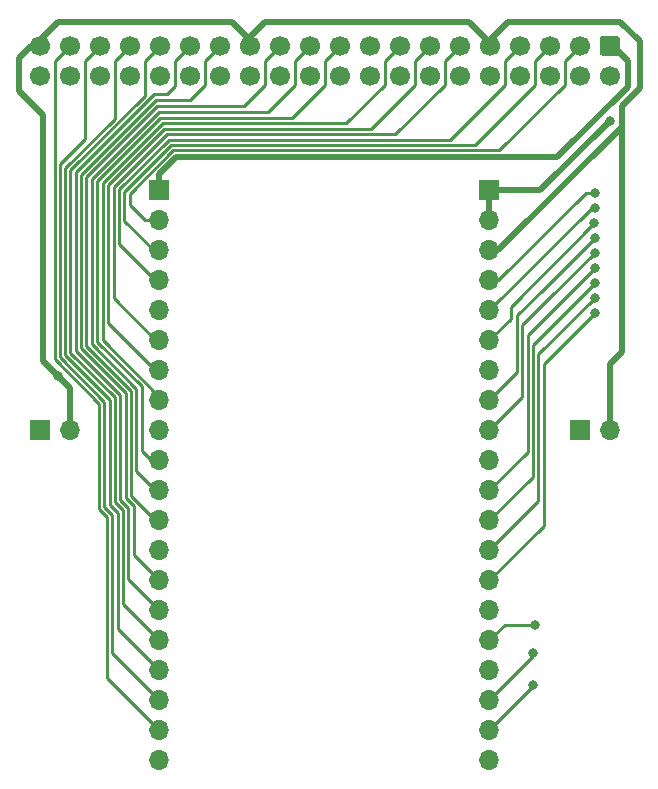
<source format=gbr>
%TF.GenerationSoftware,KiCad,Pcbnew,(5.1.9)-1*%
%TF.CreationDate,2022-01-20T21:52:33+09:00*%
%TF.ProjectId,pi-extend,70692d65-7874-4656-9e64-2e6b69636164,rev?*%
%TF.SameCoordinates,Original*%
%TF.FileFunction,Copper,L1,Top*%
%TF.FilePolarity,Positive*%
%FSLAX46Y46*%
G04 Gerber Fmt 4.6, Leading zero omitted, Abs format (unit mm)*
G04 Created by KiCad (PCBNEW (5.1.9)-1) date 2022-01-20 21:52:33*
%MOMM*%
%LPD*%
G01*
G04 APERTURE LIST*
%TA.AperFunction,ComponentPad*%
%ADD10C,1.700000*%
%TD*%
%TA.AperFunction,ComponentPad*%
%ADD11R,1.700000X1.700000*%
%TD*%
%TA.AperFunction,ComponentPad*%
%ADD12O,1.700000X1.700000*%
%TD*%
%TA.AperFunction,ViaPad*%
%ADD13C,0.800000*%
%TD*%
%TA.AperFunction,Conductor*%
%ADD14C,0.250000*%
%TD*%
%TA.AperFunction,Conductor*%
%ADD15C,0.500000*%
%TD*%
G04 APERTURE END LIST*
D10*
%TO.P,J1,40*%
%TO.N,Net-(J1-Pad40)*%
X138684000Y-69088000D03*
%TO.P,J1,38*%
%TO.N,Net-(J1-Pad38)*%
X141224000Y-69088000D03*
%TO.P,J1,36*%
%TO.N,Net-(J1-Pad36)*%
X143764000Y-69088000D03*
%TO.P,J1,34*%
%TO.N,GND*%
X146304000Y-69088000D03*
%TO.P,J1,32*%
%TO.N,Net-(J1-Pad32)*%
X148844000Y-69088000D03*
%TO.P,J1,30*%
%TO.N,GND*%
X151384000Y-69088000D03*
%TO.P,J1,28*%
%TO.N,Net-(J1-Pad28)*%
X153924000Y-69088000D03*
%TO.P,J1,26*%
%TO.N,Net-(J1-Pad26)*%
X156464000Y-69088000D03*
%TO.P,J1,24*%
%TO.N,Net-(J1-Pad24)*%
X159004000Y-69088000D03*
%TO.P,J1,22*%
%TO.N,Net-(J1-Pad22)*%
X161544000Y-69088000D03*
%TO.P,J1,20*%
%TO.N,GND*%
X164084000Y-69088000D03*
%TO.P,J1,18*%
%TO.N,Net-(J1-Pad18)*%
X166624000Y-69088000D03*
%TO.P,J1,16*%
%TO.N,Net-(J1-Pad16)*%
X169164000Y-69088000D03*
%TO.P,J1,14*%
%TO.N,GND*%
X171704000Y-69088000D03*
%TO.P,J1,12*%
%TO.N,Net-(J1-Pad12)*%
X174244000Y-69088000D03*
%TO.P,J1,10*%
%TO.N,Net-(J1-Pad10)*%
X176784000Y-69088000D03*
%TO.P,J1,8*%
%TO.N,Net-(J1-Pad8)*%
X179324000Y-69088000D03*
%TO.P,J1,6*%
%TO.N,GND*%
X181864000Y-69088000D03*
%TO.P,J1,4*%
%TO.N,+5V*%
X184404000Y-69088000D03*
%TO.P,J1,2*%
X186944000Y-69088000D03*
%TO.P,J1,39*%
%TO.N,GND*%
X138684000Y-66548000D03*
%TO.P,J1,37*%
%TO.N,Net-(J1-Pad37)*%
X141224000Y-66548000D03*
%TO.P,J1,35*%
%TO.N,Net-(J1-Pad35)*%
X143764000Y-66548000D03*
%TO.P,J1,33*%
%TO.N,Net-(J1-Pad33)*%
X146304000Y-66548000D03*
%TO.P,J1,31*%
%TO.N,Net-(J1-Pad31)*%
X148844000Y-66548000D03*
%TO.P,J1,29*%
%TO.N,Net-(J1-Pad29)*%
X151384000Y-66548000D03*
%TO.P,J1,27*%
%TO.N,Net-(J1-Pad27)*%
X153924000Y-66548000D03*
%TO.P,J1,25*%
%TO.N,GND*%
X156464000Y-66548000D03*
%TO.P,J1,23*%
%TO.N,Net-(J1-Pad23)*%
X159004000Y-66548000D03*
%TO.P,J1,21*%
%TO.N,Net-(J1-Pad21)*%
X161544000Y-66548000D03*
%TO.P,J1,19*%
%TO.N,Net-(J1-Pad19)*%
X164084000Y-66548000D03*
%TO.P,J1,17*%
%TO.N,+3V3*%
X166624000Y-66548000D03*
%TO.P,J1,15*%
%TO.N,Net-(J1-Pad15)*%
X169164000Y-66548000D03*
%TO.P,J1,13*%
%TO.N,Net-(J1-Pad13)*%
X171704000Y-66548000D03*
%TO.P,J1,11*%
%TO.N,Net-(J1-Pad11)*%
X174244000Y-66548000D03*
%TO.P,J1,9*%
%TO.N,GND*%
X176784000Y-66548000D03*
%TO.P,J1,7*%
%TO.N,Net-(J1-Pad7)*%
X179324000Y-66548000D03*
%TO.P,J1,5*%
%TO.N,Net-(J1-Pad5)*%
X181864000Y-66548000D03*
%TO.P,J1,3*%
%TO.N,Net-(J1-Pad3)*%
X184404000Y-66548000D03*
%TO.P,J1,1*%
%TO.N,+3V3*%
%TA.AperFunction,ComponentPad*%
G36*
G01*
X186344000Y-65698000D02*
X187544000Y-65698000D01*
G75*
G02*
X187794000Y-65948000I0J-250000D01*
G01*
X187794000Y-67148000D01*
G75*
G02*
X187544000Y-67398000I-250000J0D01*
G01*
X186344000Y-67398000D01*
G75*
G02*
X186094000Y-67148000I0J250000D01*
G01*
X186094000Y-65948000D01*
G75*
G02*
X186344000Y-65698000I250000J0D01*
G01*
G37*
%TD.AperFunction*%
%TD*%
D11*
%TO.P,J2,1*%
%TO.N,+3V3*%
X148818600Y-78765400D03*
D12*
%TO.P,J2,2*%
%TO.N,Net-(J1-Pad3)*%
X148818600Y-81305400D03*
%TO.P,J2,3*%
%TO.N,Net-(J1-Pad5)*%
X148818600Y-83845400D03*
%TO.P,J2,4*%
%TO.N,Net-(J1-Pad7)*%
X148818600Y-86385400D03*
%TO.P,J2,5*%
%TO.N,GND*%
X148818600Y-88925400D03*
%TO.P,J2,6*%
%TO.N,Net-(J1-Pad11)*%
X148818600Y-91465400D03*
%TO.P,J2,7*%
%TO.N,Net-(J1-Pad13)*%
X148818600Y-94005400D03*
%TO.P,J2,8*%
%TO.N,Net-(J1-Pad15)*%
X148818600Y-96545400D03*
%TO.P,J2,9*%
%TO.N,+3V3*%
X148818600Y-99085400D03*
%TO.P,J2,10*%
%TO.N,Net-(J1-Pad19)*%
X148818600Y-101625400D03*
%TO.P,J2,11*%
%TO.N,Net-(J1-Pad21)*%
X148818600Y-104165400D03*
%TO.P,J2,12*%
%TO.N,Net-(J1-Pad23)*%
X148818600Y-106705400D03*
%TO.P,J2,13*%
%TO.N,GND*%
X148818600Y-109245400D03*
%TO.P,J2,14*%
%TO.N,Net-(J1-Pad27)*%
X148818600Y-111785400D03*
%TO.P,J2,15*%
%TO.N,Net-(J1-Pad29)*%
X148818600Y-114325400D03*
%TO.P,J2,16*%
%TO.N,Net-(J1-Pad31)*%
X148818600Y-116865400D03*
%TO.P,J2,17*%
%TO.N,Net-(J1-Pad33)*%
X148818600Y-119405400D03*
%TO.P,J2,18*%
%TO.N,Net-(J1-Pad35)*%
X148818600Y-121945400D03*
%TO.P,J2,19*%
%TO.N,Net-(J1-Pad37)*%
X148818600Y-124485400D03*
%TO.P,J2,20*%
%TO.N,GND*%
X148818600Y-127025400D03*
%TD*%
%TO.P,J3,20*%
%TO.N,Net-(J1-Pad40)*%
X176758600Y-127025400D03*
%TO.P,J3,19*%
%TO.N,Net-(J1-Pad38)*%
X176758600Y-124485400D03*
%TO.P,J3,18*%
%TO.N,Net-(J1-Pad36)*%
X176758600Y-121945400D03*
%TO.P,J3,17*%
%TO.N,GND*%
X176758600Y-119405400D03*
%TO.P,J3,16*%
%TO.N,Net-(J1-Pad32)*%
X176758600Y-116865400D03*
%TO.P,J3,15*%
%TO.N,GND*%
X176758600Y-114325400D03*
%TO.P,J3,14*%
%TO.N,Net-(J1-Pad28)*%
X176758600Y-111785400D03*
%TO.P,J3,13*%
%TO.N,Net-(J1-Pad26)*%
X176758600Y-109245400D03*
%TO.P,J3,12*%
%TO.N,Net-(J1-Pad24)*%
X176758600Y-106705400D03*
%TO.P,J3,11*%
%TO.N,Net-(J1-Pad22)*%
X176758600Y-104165400D03*
%TO.P,J3,10*%
%TO.N,GND*%
X176758600Y-101625400D03*
%TO.P,J3,9*%
%TO.N,Net-(J1-Pad18)*%
X176758600Y-99085400D03*
%TO.P,J3,8*%
%TO.N,Net-(J1-Pad16)*%
X176758600Y-96545400D03*
%TO.P,J3,7*%
%TO.N,GND*%
X176758600Y-94005400D03*
%TO.P,J3,6*%
%TO.N,Net-(J1-Pad12)*%
X176758600Y-91465400D03*
%TO.P,J3,5*%
%TO.N,Net-(J1-Pad10)*%
X176758600Y-88925400D03*
%TO.P,J3,4*%
%TO.N,Net-(J1-Pad8)*%
X176758600Y-86385400D03*
%TO.P,J3,3*%
%TO.N,GND*%
X176758600Y-83845400D03*
%TO.P,J3,2*%
%TO.N,+5V*%
X176758600Y-81305400D03*
D11*
%TO.P,J3,1*%
X176758600Y-78765400D03*
%TD*%
%TO.P,J4,1*%
%TO.N,+3V3*%
X138684000Y-99060000D03*
D12*
%TO.P,J4,2*%
%TO.N,GND*%
X141224000Y-99060000D03*
%TD*%
D11*
%TO.P,J5,1*%
%TO.N,+5V*%
X184404000Y-99060000D03*
D12*
%TO.P,J5,2*%
%TO.N,GND*%
X186944000Y-99060000D03*
%TD*%
D13*
%TO.N,Net-(J1-Pad8)*%
X185674000Y-78994000D03*
%TO.N,Net-(J1-Pad10)*%
X185674000Y-80264000D03*
%TO.N,Net-(J1-Pad12)*%
X185645498Y-81534000D03*
%TO.N,Net-(J1-Pad16)*%
X185674000Y-82804000D03*
%TO.N,Net-(J1-Pad18)*%
X185674000Y-84074000D03*
%TO.N,Net-(J1-Pad22)*%
X185673986Y-85344000D03*
%TO.N,Net-(J1-Pad24)*%
X185674000Y-86614000D03*
%TO.N,Net-(J1-Pad26)*%
X185674000Y-87884010D03*
%TO.N,Net-(J1-Pad28)*%
X185674010Y-89154000D03*
%TO.N,Net-(J1-Pad32)*%
X180593682Y-115570000D03*
%TO.N,Net-(J1-Pad36)*%
X180467002Y-117983000D03*
%TO.N,Net-(J1-Pad38)*%
X180467000Y-120650006D03*
%TO.N,+5V*%
X186944000Y-72898000D03*
%TO.N,GND*%
X140207997Y-94487997D03*
%TD*%
D14*
%TO.N,Net-(J1-Pad3)*%
X177594240Y-75380011D02*
X183134000Y-69840251D01*
X149999122Y-75380011D02*
X177594240Y-75380011D01*
X146304000Y-79075133D02*
X149999122Y-75380011D01*
X146304000Y-80010000D02*
X146304000Y-79075133D01*
X147599400Y-81305400D02*
X146304000Y-80010000D01*
X148818600Y-81305400D02*
X147599400Y-81305400D01*
X183134000Y-67818000D02*
X184404000Y-66548000D01*
X183134000Y-69840251D02*
X183134000Y-67818000D01*
%TO.N,Net-(J1-Pad5)*%
X175514000Y-74930000D02*
X180594000Y-69850000D01*
X149812722Y-74930000D02*
X175514000Y-74930000D01*
X145853989Y-78888733D02*
X149812722Y-74930000D01*
X145853989Y-81337989D02*
X145853989Y-78888733D01*
X148361400Y-83845400D02*
X145853989Y-81337989D01*
X148818600Y-83845400D02*
X148361400Y-83845400D01*
X180594000Y-67818000D02*
X181864000Y-66548000D01*
X180594000Y-69850000D02*
X180594000Y-67818000D01*
%TO.N,Net-(J1-Pad7)*%
X173424011Y-74479989D02*
X178054000Y-69850000D01*
X145403978Y-78702333D02*
X149626322Y-74479989D01*
X145403978Y-83300978D02*
X145403978Y-78702333D01*
X148488400Y-86385400D02*
X145403978Y-83300978D01*
X149626322Y-74479989D02*
X173424011Y-74479989D01*
X148818600Y-86385400D02*
X148488400Y-86385400D01*
X178054000Y-67818000D02*
X179324000Y-66548000D01*
X178054000Y-69850000D02*
X178054000Y-67818000D01*
%TO.N,Net-(J1-Pad8)*%
X184912000Y-78994000D02*
X185674000Y-78994000D01*
X177520600Y-86385400D02*
X184912000Y-78994000D01*
X176758600Y-86385400D02*
X177520600Y-86385400D01*
%TO.N,Net-(J1-Pad10)*%
X176758600Y-88925400D02*
X185420000Y-80264000D01*
X185420000Y-80264000D02*
X185674000Y-80264000D01*
%TO.N,Net-(J1-Pad11)*%
X149439922Y-74029978D02*
X168794022Y-74029978D01*
X144953967Y-78515933D02*
X149439922Y-74029978D01*
X168794022Y-74029978D02*
X172974000Y-69850000D01*
X144953967Y-87930967D02*
X144953967Y-78515933D01*
X148488400Y-91465400D02*
X144953967Y-87930967D01*
X148818600Y-91465400D02*
X148488400Y-91465400D01*
X172974000Y-67818000D02*
X174244000Y-66548000D01*
X172974000Y-69850000D02*
X172974000Y-67818000D01*
%TO.N,Net-(J1-Pad12)*%
X178562000Y-88617498D02*
X185645498Y-81534000D01*
X178562000Y-89662000D02*
X178562000Y-88617498D01*
X176758600Y-91465400D02*
X178562000Y-89662000D01*
%TO.N,Net-(J1-Pad13)*%
X166704033Y-73579967D02*
X170434000Y-69850000D01*
X149253522Y-73579967D02*
X166704033Y-73579967D01*
X144503956Y-78329533D02*
X149253522Y-73579967D01*
X144503956Y-90020956D02*
X144503956Y-78329533D01*
X148488400Y-94005400D02*
X144503956Y-90020956D01*
X148818600Y-94005400D02*
X148488400Y-94005400D01*
X170434000Y-67818000D02*
X171704000Y-66548000D01*
X170434000Y-69850000D02*
X170434000Y-67818000D01*
%TO.N,Net-(J1-Pad15)*%
X149103067Y-73094011D02*
X164649989Y-73094011D01*
X144053945Y-78143133D02*
X149103067Y-73094011D01*
X144053945Y-91475945D02*
X144053945Y-78143133D01*
X148818600Y-96240600D02*
X144053945Y-91475945D01*
X148818600Y-96545400D02*
X148818600Y-96240600D01*
X164649989Y-73094011D02*
X167894000Y-69850000D01*
X167894000Y-67818000D02*
X169164000Y-66548000D01*
X167894000Y-69850000D02*
X167894000Y-67818000D01*
%TO.N,Net-(J1-Pad16)*%
X181356000Y-87122000D02*
X185674000Y-82804000D01*
X179105945Y-94198055D02*
X179105945Y-89372055D01*
X176758600Y-96545400D02*
X179105945Y-94198055D01*
X179105945Y-89372055D02*
X181356000Y-87122000D01*
%TO.N,Net-(J1-Pad18)*%
X181841956Y-87906044D02*
X185674000Y-84074000D01*
X179555956Y-90192044D02*
X181841956Y-87906044D01*
X179555956Y-96288044D02*
X179555956Y-90192044D01*
X176758600Y-99085400D02*
X179555956Y-96288044D01*
%TO.N,Net-(J1-Pad19)*%
X160020000Y-72644000D02*
X162814000Y-69850000D01*
X148916667Y-72644000D02*
X160020000Y-72644000D01*
X143546999Y-78013667D02*
X148916667Y-72644000D01*
X143546999Y-91605409D02*
X143546999Y-78013667D01*
X147320000Y-95378410D02*
X143546999Y-91605409D01*
X148107400Y-101625400D02*
X147320000Y-100838000D01*
X147320000Y-100838000D02*
X147320000Y-95378410D01*
X148818600Y-101625400D02*
X148107400Y-101625400D01*
X162814000Y-67818000D02*
X164084000Y-66548000D01*
X162814000Y-69850000D02*
X162814000Y-67818000D01*
%TO.N,Net-(J1-Pad21)*%
X148788255Y-72136000D02*
X157988000Y-72136000D01*
X143096988Y-77827267D02*
X148788255Y-72136000D01*
X143096988Y-91791809D02*
X143096988Y-77827267D01*
X146869989Y-95564810D02*
X143096988Y-91791809D01*
X157988000Y-72136000D02*
X160274000Y-69850000D01*
X146869989Y-102546989D02*
X146869989Y-95564810D01*
X148488400Y-104165400D02*
X146869989Y-102546989D01*
X148818600Y-104165400D02*
X148488400Y-104165400D01*
X160274000Y-67818000D02*
X161544000Y-66548000D01*
X160274000Y-69850000D02*
X160274000Y-67818000D01*
%TO.N,Net-(J1-Pad22)*%
X182291967Y-88726019D02*
X185673986Y-85344000D01*
X176758600Y-104165400D02*
X180005967Y-100918033D01*
X180005967Y-100918033D02*
X180005967Y-91012019D01*
X180005967Y-91012019D02*
X182291967Y-88726019D01*
%TO.N,Net-(J1-Pad23)*%
X142646977Y-77640867D02*
X148659844Y-71628000D01*
X148659844Y-71628000D02*
X155956000Y-71628000D01*
X146419978Y-95751210D02*
X142646977Y-91978209D01*
X155956000Y-71628000D02*
X157734000Y-69850000D01*
X146419978Y-104636978D02*
X146419978Y-95751210D01*
X142646977Y-91978209D02*
X142646977Y-77640867D01*
X148488400Y-106705400D02*
X146419978Y-104636978D01*
X148818600Y-106705400D02*
X148488400Y-106705400D01*
X157734000Y-67818000D02*
X159004000Y-66548000D01*
X157734000Y-69850000D02*
X157734000Y-67818000D01*
%TO.N,Net-(J1-Pad24)*%
X180594000Y-91694000D02*
X185674000Y-86614000D01*
X180455978Y-91832022D02*
X180594000Y-91694000D01*
X180455978Y-103008022D02*
X180455978Y-91832022D01*
X176758600Y-106705400D02*
X180455978Y-103008022D01*
%TO.N,Net-(J1-Pad26)*%
X180905989Y-92652021D02*
X185674000Y-87884010D01*
X176758600Y-109245400D02*
X180905989Y-105098011D01*
X180905989Y-105098011D02*
X180905989Y-92652021D01*
%TO.N,Net-(J1-Pad27)*%
X142196966Y-77454467D02*
X148531434Y-71120000D01*
X148818600Y-111785400D02*
X146649055Y-109615855D01*
X142196966Y-92164609D02*
X142196966Y-77454467D01*
X151384000Y-71120000D02*
X152654000Y-69850000D01*
X146649055Y-105502466D02*
X145969967Y-104823378D01*
X145969967Y-95937610D02*
X142196966Y-92164609D01*
X145969967Y-104823378D02*
X145969967Y-95937610D01*
X146649055Y-109615855D02*
X146649055Y-105502466D01*
X148531434Y-71120000D02*
X151384000Y-71120000D01*
X152654000Y-67818000D02*
X153924000Y-66548000D01*
X152654000Y-69850000D02*
X152654000Y-67818000D01*
%TO.N,Net-(J1-Pad28)*%
X181356000Y-93472010D02*
X185674010Y-89154000D01*
X181356000Y-107188000D02*
X181356000Y-93472010D01*
X176758600Y-111785400D02*
X181356000Y-107188000D01*
%TO.N,Net-(J1-Pad29)*%
X145519956Y-96124010D02*
X141746955Y-92351009D01*
X146199044Y-105688865D02*
X145519956Y-105009778D01*
X148403023Y-70612000D02*
X149479000Y-70612000D01*
X141746955Y-77268067D02*
X148403023Y-70612000D01*
X141746955Y-92351009D02*
X141746955Y-77268067D01*
X145519956Y-105009778D02*
X145519956Y-96124010D01*
X148818600Y-114325400D02*
X146199044Y-111705844D01*
X146199044Y-111705844D02*
X146199044Y-105688865D01*
X149479000Y-70612000D02*
X150114000Y-69977000D01*
X150114000Y-67818000D02*
X151384000Y-66548000D01*
X150114000Y-69977000D02*
X150114000Y-67818000D01*
%TO.N,Net-(J1-Pad31)*%
X145069945Y-105196178D02*
X145069945Y-96310410D01*
X145069945Y-96310410D02*
X141296944Y-92537409D01*
X141296944Y-92537409D02*
X141296944Y-77081667D01*
X141296944Y-77081667D02*
X147574000Y-70804613D01*
X145749033Y-113795833D02*
X145749033Y-105875266D01*
X148818600Y-116865400D02*
X145749033Y-113795833D01*
X145749033Y-105875266D02*
X145069945Y-105196178D01*
X147574000Y-67818000D02*
X148844000Y-66548000D01*
X147574000Y-70804613D02*
X147574000Y-67818000D01*
%TO.N,Net-(J1-Pad32)*%
X176758600Y-116865400D02*
X178054000Y-115570000D01*
X178054000Y-115570000D02*
X180593682Y-115570000D01*
%TO.N,Net-(J1-Pad33)*%
X145034000Y-67818000D02*
X146304000Y-66548000D01*
X145034000Y-72708203D02*
X145034000Y-67818000D01*
X140846933Y-76895270D02*
X145034000Y-72708203D01*
X140846933Y-92723809D02*
X140846933Y-76895270D01*
X144619934Y-105382578D02*
X144619934Y-96496810D01*
X144619934Y-96496810D02*
X140846933Y-92723809D01*
X145299022Y-106061665D02*
X144619934Y-105382578D01*
X145299022Y-115885822D02*
X145299022Y-106061665D01*
X148818600Y-119405400D02*
X145299022Y-115885822D01*
%TO.N,Net-(J1-Pad35)*%
X142494000Y-67818000D02*
X143764000Y-66548000D01*
X142494000Y-74422000D02*
X142494000Y-67818000D01*
X140396922Y-76519078D02*
X142494000Y-74422000D01*
X140396922Y-92910209D02*
X140396922Y-76519078D01*
X144169923Y-105568978D02*
X144169923Y-96683210D01*
X144849011Y-106248066D02*
X144169923Y-105568978D01*
X144169923Y-96683210D02*
X140396922Y-92910209D01*
X144849011Y-117975811D02*
X144849011Y-106248066D01*
X148818600Y-121945400D02*
X144849011Y-117975811D01*
%TO.N,Net-(J1-Pad36)*%
X176758600Y-121945400D02*
X180467002Y-118236998D01*
X180467002Y-118236998D02*
X180467002Y-117983000D01*
%TO.N,Net-(J1-Pad37)*%
X140374001Y-67397999D02*
X141224000Y-66548000D01*
X139946911Y-67825089D02*
X140374001Y-67397999D01*
X139946911Y-67825089D02*
X139954000Y-67818000D01*
X143719912Y-96869610D02*
X139946911Y-93096609D01*
X139946911Y-93096609D02*
X139946911Y-67825089D01*
X143719912Y-105755378D02*
X143719912Y-96869610D01*
X144399000Y-106434465D02*
X143719912Y-105755378D01*
X144399000Y-120065800D02*
X144399000Y-106434465D01*
X148818600Y-124485400D02*
X144399000Y-120065800D01*
%TO.N,Net-(J1-Pad38)*%
X176758600Y-124485400D02*
X180467000Y-120777000D01*
X180467000Y-120777000D02*
X180467000Y-120650006D01*
D15*
%TO.N,+3V3*%
X181102000Y-75946000D02*
X182518002Y-75946000D01*
X181092978Y-75955022D02*
X181102000Y-75946000D01*
X150237299Y-75955022D02*
X181092978Y-75955022D01*
X148818600Y-77373721D02*
X150237299Y-75955022D01*
X182518002Y-75946000D02*
X188468000Y-69996002D01*
X148818600Y-78765400D02*
X148818600Y-77373721D01*
X187198000Y-66548000D02*
X186944000Y-66548000D01*
X188468000Y-67818000D02*
X187198000Y-66548000D01*
X188468000Y-69996002D02*
X188468000Y-67818000D01*
%TO.N,+5V*%
X176758600Y-81305400D02*
X176758600Y-78765400D01*
X176758600Y-78765400D02*
X181076600Y-78765400D01*
X181076600Y-78765400D02*
X186944000Y-72898000D01*
%TO.N,GND*%
X176784000Y-66294000D02*
X176784000Y-66548000D01*
X156464000Y-66548000D02*
X156464000Y-65786000D01*
X156464000Y-65786000D02*
X157734000Y-64516000D01*
X157734000Y-64516000D02*
X175006000Y-64516000D01*
X175006000Y-64516000D02*
X176784000Y-66294000D01*
X187960000Y-73406000D02*
X187960000Y-73140002D01*
X187960000Y-73140002D02*
X187960000Y-71882000D01*
X177520600Y-83845400D02*
X187960000Y-73406000D01*
X176758600Y-83845400D02*
X177520600Y-83845400D01*
X186944000Y-93472000D02*
X187960000Y-92456000D01*
X187960000Y-92456000D02*
X187960000Y-71882000D01*
X186944000Y-99060000D02*
X186944000Y-93472000D01*
X141224000Y-99060000D02*
X141224000Y-95504000D01*
X141224000Y-95504000D02*
X140207997Y-94487997D01*
X136906000Y-67564000D02*
X136906000Y-70358000D01*
X137922000Y-66548000D02*
X136906000Y-67564000D01*
X138684000Y-66548000D02*
X137922000Y-66548000D01*
X156464000Y-66040000D02*
X156464000Y-66548000D01*
X154940000Y-64516000D02*
X156464000Y-66040000D01*
X140208000Y-64516000D02*
X154940000Y-64516000D01*
X138684000Y-66040000D02*
X140208000Y-64516000D01*
X138684000Y-66548000D02*
X138684000Y-66040000D01*
X187960000Y-71628000D02*
X189484000Y-70104000D01*
X187960000Y-71882000D02*
X187960000Y-71628000D01*
X138938000Y-93218000D02*
X140207997Y-94487997D01*
X138938000Y-72390000D02*
X138938000Y-93218000D01*
X136906000Y-70358000D02*
X138938000Y-72390000D01*
X176784000Y-66040000D02*
X176784000Y-66548000D01*
X178308000Y-64516000D02*
X176784000Y-66040000D01*
X187833000Y-64516000D02*
X178308000Y-64516000D01*
X189484000Y-66167000D02*
X187833000Y-64516000D01*
X189484000Y-70104000D02*
X189484000Y-66167000D01*
%TD*%
M02*

</source>
